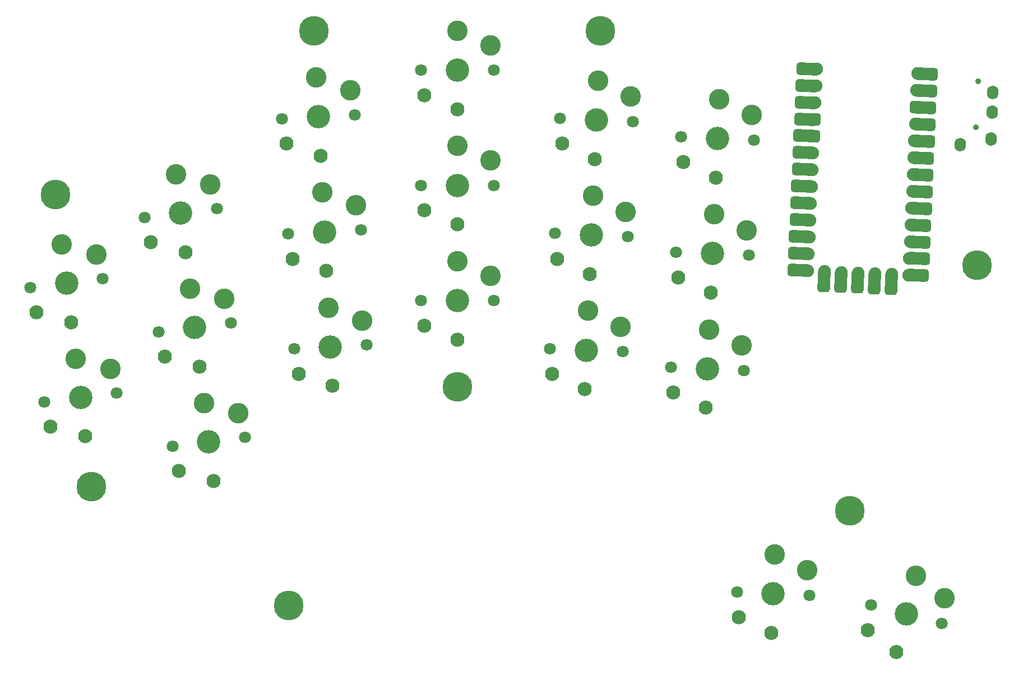
<source format=gts>
G04 #@! TF.GenerationSoftware,KiCad,Pcbnew,8.0.5-dirty*
G04 #@! TF.CreationDate,2024-10-14T15:47:29+03:00*
G04 #@! TF.ProjectId,Kivipallur_left,4b697669-7061-46c6-9c75-725f6c656674,1*
G04 #@! TF.SameCoordinates,Original*
G04 #@! TF.FileFunction,Soldermask,Top*
G04 #@! TF.FilePolarity,Negative*
%FSLAX46Y46*%
G04 Gerber Fmt 4.6, Leading zero omitted, Abs format (unit mm)*
G04 Created by KiCad (PCBNEW 8.0.5-dirty) date 2024-10-14 15:47:29*
%MOMM*%
%LPD*%
G01*
G04 APERTURE LIST*
G04 Aperture macros list*
%AMRoundRect*
0 Rectangle with rounded corners*
0 $1 Rounding radius*
0 $2 $3 $4 $5 $6 $7 $8 $9 X,Y pos of 4 corners*
0 Add a 4 corners polygon primitive as box body*
4,1,4,$2,$3,$4,$5,$6,$7,$8,$9,$2,$3,0*
0 Add four circle primitives for the rounded corners*
1,1,$1+$1,$2,$3*
1,1,$1+$1,$4,$5*
1,1,$1+$1,$6,$7*
1,1,$1+$1,$8,$9*
0 Add four rect primitives between the rounded corners*
20,1,$1+$1,$2,$3,$4,$5,0*
20,1,$1+$1,$4,$5,$6,$7,0*
20,1,$1+$1,$6,$7,$8,$9,0*
20,1,$1+$1,$8,$9,$2,$3,0*%
%AMHorizOval*
0 Thick line with rounded ends*
0 $1 width*
0 $2 $3 position (X,Y) of the first rounded end (center of the circle)*
0 $4 $5 position (X,Y) of the second rounded end (center of the circle)*
0 Add line between two ends*
20,1,$1,$2,$3,$4,$5,0*
0 Add two circle primitives to create the rounded ends*
1,1,$1,$2,$3*
1,1,$1,$4,$5*%
G04 Aperture macros list end*
%ADD10C,4.500000*%
%ADD11C,1.801800*%
%ADD12C,3.100000*%
%ADD13C,3.529000*%
%ADD14C,2.132000*%
%ADD15C,0.900000*%
%ADD16HorizOval,1.700000X-0.008724X-0.199810X0.008724X0.199810X0*%
%ADD17RoundRect,0.475000X-1.344458X-0.416752X1.303020X-0.532344X1.344458X0.416752X-1.303020X0.532344X0*%
%ADD18C,1.900000*%
%ADD19RoundRect,0.475000X-0.495267X-0.453829X0.453829X-0.495267X0.495267X0.453829X-0.453829X0.495267X0*%
%ADD20RoundRect,0.475000X0.416752X-1.344458X0.532344X1.303020X-0.416752X1.344458X-0.532344X-1.303020X0*%
%ADD21RoundRect,0.475000X1.344458X0.416752X-1.303020X0.532344X-1.344458X-0.416752X1.303020X-0.532344X0*%
G04 APERTURE END LIST*
D10*
X75164907Y-111092323D03*
D11*
X144432330Y-90283293D03*
D12*
X150186630Y-84578863D03*
D13*
X149927095Y-90523200D03*
D12*
X155085909Y-86994866D03*
D11*
X155421860Y-90763107D03*
D14*
X149669741Y-96417585D03*
X144766100Y-94101486D03*
D11*
X145950285Y-55516415D03*
D12*
X151704585Y-49811985D03*
D13*
X151445050Y-55756322D03*
D12*
X156603864Y-52227988D03*
D11*
X156939815Y-55996229D03*
D14*
X151187696Y-61650707D03*
X146284055Y-59334608D03*
D10*
X130427095Y-96023200D03*
D11*
X145191308Y-72899854D03*
D12*
X150945608Y-67195424D03*
D13*
X150686073Y-73139761D03*
D12*
X155844887Y-69611427D03*
D11*
X156180838Y-73379668D03*
D14*
X150428719Y-79034146D03*
X145525078Y-76718047D03*
D11*
X104864728Y-72947223D03*
D12*
X110045791Y-66717529D03*
D13*
X110357190Y-72659375D03*
D12*
X115154078Y-68652834D03*
D11*
X115849652Y-72371527D03*
D14*
X110665972Y-78551289D03*
X105562919Y-76715847D03*
D11*
X65940140Y-81092928D03*
D12*
X70674021Y-74516997D03*
D13*
X71399144Y-80422647D03*
D12*
X75904865Y-76091252D03*
D11*
X76858148Y-79752366D03*
D14*
X72118173Y-86278669D03*
X66899517Y-84803669D03*
D11*
X163486556Y-75700547D03*
D12*
X169240856Y-69996117D03*
D13*
X168981321Y-75940454D03*
D12*
X174140135Y-72412120D03*
D11*
X174476086Y-76180361D03*
D14*
X168723967Y-81834839D03*
X163820326Y-79518740D03*
D11*
X172655479Y-127049363D03*
D12*
X178409779Y-121344933D03*
D13*
X178150244Y-127289270D03*
D12*
X183309058Y-123760936D03*
D11*
X183645009Y-127529177D03*
D14*
X177892890Y-133183655D03*
X172989249Y-130867556D03*
D11*
X68060667Y-98363231D03*
D12*
X72794548Y-91787300D03*
D13*
X73519671Y-97692950D03*
D12*
X78025392Y-93361555D03*
D11*
X78978675Y-97022669D03*
D14*
X74238700Y-103548972D03*
X69020044Y-102073972D03*
D11*
X103954082Y-55571069D03*
D12*
X109135145Y-49341375D03*
D13*
X109446544Y-55283221D03*
D12*
X114243432Y-51276680D03*
D11*
X114939006Y-54995373D03*
D14*
X109755326Y-61175135D03*
X104652273Y-59339693D03*
D15*
X209102838Y-49904053D03*
X208797502Y-56897391D03*
D16*
X211200000Y-54600000D03*
X211330858Y-51602855D03*
X206381919Y-59494496D03*
X211025522Y-58596192D03*
D17*
X183297853Y-50554211D03*
D18*
X184596615Y-50610917D03*
D17*
X183187059Y-53091794D03*
D18*
X184485822Y-53148499D03*
D17*
X183076266Y-55629376D03*
D19*
X184375029Y-55686082D03*
D17*
X182965473Y-58166959D03*
D19*
X184264236Y-58223664D03*
D17*
X182854680Y-60704541D03*
D18*
X184153442Y-60761247D03*
D17*
X182743886Y-63242124D03*
D18*
X184042649Y-63298829D03*
D17*
X182633093Y-65779706D03*
D18*
X183931856Y-65836412D03*
D17*
X182522300Y-68317289D03*
D18*
X183821063Y-68373994D03*
D17*
X182411507Y-70854871D03*
D18*
X183710269Y-70911576D03*
D17*
X182300715Y-73392454D03*
D18*
X183599476Y-73449159D03*
D17*
X182189920Y-75930036D03*
D18*
X183488683Y-75986741D03*
D17*
X182079127Y-78467619D03*
D18*
X183377890Y-78524324D03*
X199822110Y-51275676D03*
D17*
X201120873Y-51332381D03*
D19*
X199711317Y-53813259D03*
D17*
X201010080Y-53869964D03*
D18*
X199600524Y-56350841D03*
D17*
X200899285Y-56407546D03*
D18*
X199489731Y-58888424D03*
D17*
X200788493Y-58945129D03*
D18*
X199378937Y-61426006D03*
D17*
X200677700Y-61482711D03*
D18*
X199268144Y-63963588D03*
D17*
X200566907Y-64020294D03*
D18*
X199157351Y-66501171D03*
D17*
X200456114Y-66557876D03*
D18*
X199046558Y-69038753D03*
D17*
X200345320Y-69095459D03*
D18*
X198935764Y-71576336D03*
D17*
X200234527Y-71633041D03*
D18*
X198824971Y-74113918D03*
D17*
X200123734Y-74170624D03*
D18*
X198714178Y-76651501D03*
D17*
X200012941Y-76708206D03*
D18*
X198603385Y-79189083D03*
D17*
X199902147Y-79245789D03*
D18*
X185915472Y-78635117D03*
D20*
X185858767Y-79933880D03*
D18*
X188453055Y-78745910D03*
D20*
X188396349Y-80044673D03*
D18*
X190990637Y-78856704D03*
D20*
X190933932Y-80155466D03*
D18*
X193528220Y-78967497D03*
D20*
X193471514Y-80266260D03*
D18*
X196065802Y-79078290D03*
D20*
X196009097Y-80377053D03*
D18*
X199932904Y-48738094D03*
D21*
X201231666Y-48794799D03*
D17*
X183408646Y-48016629D03*
D18*
X184707409Y-48073334D03*
D11*
X83179287Y-70513144D03*
D12*
X87913168Y-63937213D03*
D13*
X88638291Y-69842863D03*
D12*
X93144012Y-65511468D03*
D11*
X94097295Y-69172582D03*
D14*
X89357320Y-75698885D03*
X84138664Y-74223885D03*
D10*
X152033912Y-42269171D03*
D11*
X162727579Y-93083986D03*
D12*
X168481879Y-87379556D03*
D13*
X168222344Y-93323893D03*
D12*
X173381158Y-89795559D03*
D11*
X173717109Y-93563800D03*
D14*
X167964990Y-99218278D03*
X163061349Y-96902179D03*
D11*
X85299814Y-87783447D03*
D12*
X90033695Y-81207516D03*
D13*
X90758818Y-87113166D03*
D12*
X95264539Y-82781771D03*
D11*
X96217822Y-86442885D03*
D14*
X91477847Y-92969188D03*
X86259191Y-91494188D03*
D11*
X192910244Y-128991198D03*
D12*
X199724817Y-124607810D03*
D13*
X198235056Y-130368288D03*
D12*
X204014719Y-127989634D03*
D11*
X203559868Y-131745378D03*
D14*
X196757814Y-136080359D03*
X192442874Y-132795349D03*
D10*
X69753908Y-67023274D03*
D11*
X124927095Y-83023200D03*
D12*
X130427095Y-77073200D03*
D13*
X130427095Y-83023200D03*
D12*
X135427095Y-79273200D03*
D11*
X135927095Y-83023200D03*
D14*
X130427095Y-88923200D03*
X125427095Y-86823200D03*
D10*
X104980863Y-129092845D03*
D11*
X87420340Y-105053750D03*
D12*
X92154221Y-98477819D03*
D13*
X92879344Y-104383469D03*
D12*
X97385065Y-100052074D03*
D11*
X98338348Y-103713188D03*
D14*
X93598373Y-110239491D03*
X88379717Y-108764491D03*
D10*
X108766176Y-42301037D03*
X208943250Y-77685230D03*
D11*
X124927095Y-48223200D03*
D12*
X130427095Y-42273200D03*
D13*
X130427095Y-48223200D03*
D12*
X135427095Y-44473200D03*
D11*
X135927095Y-48223200D03*
D14*
X130427095Y-54123200D03*
X125427095Y-52023200D03*
D11*
X105775373Y-90323377D03*
D12*
X110956436Y-84093683D03*
D13*
X111267835Y-90035529D03*
D12*
X116064723Y-86028988D03*
D11*
X116760297Y-89747681D03*
D14*
X111576617Y-95927443D03*
X106473564Y-94092001D03*
D10*
X189706827Y-114781456D03*
D11*
X164245534Y-58317108D03*
D12*
X169999834Y-52612678D03*
D13*
X169740299Y-58557015D03*
D12*
X174899113Y-55028681D03*
D11*
X175235064Y-58796922D03*
D14*
X169482945Y-64451400D03*
X164579304Y-62135301D03*
D11*
X124927095Y-65623200D03*
D12*
X130427095Y-59673200D03*
D13*
X130427095Y-65623200D03*
D12*
X135427095Y-61873200D03*
D11*
X135927095Y-65623200D03*
D14*
X130427095Y-71523200D03*
X125427095Y-69423200D03*
M02*

</source>
